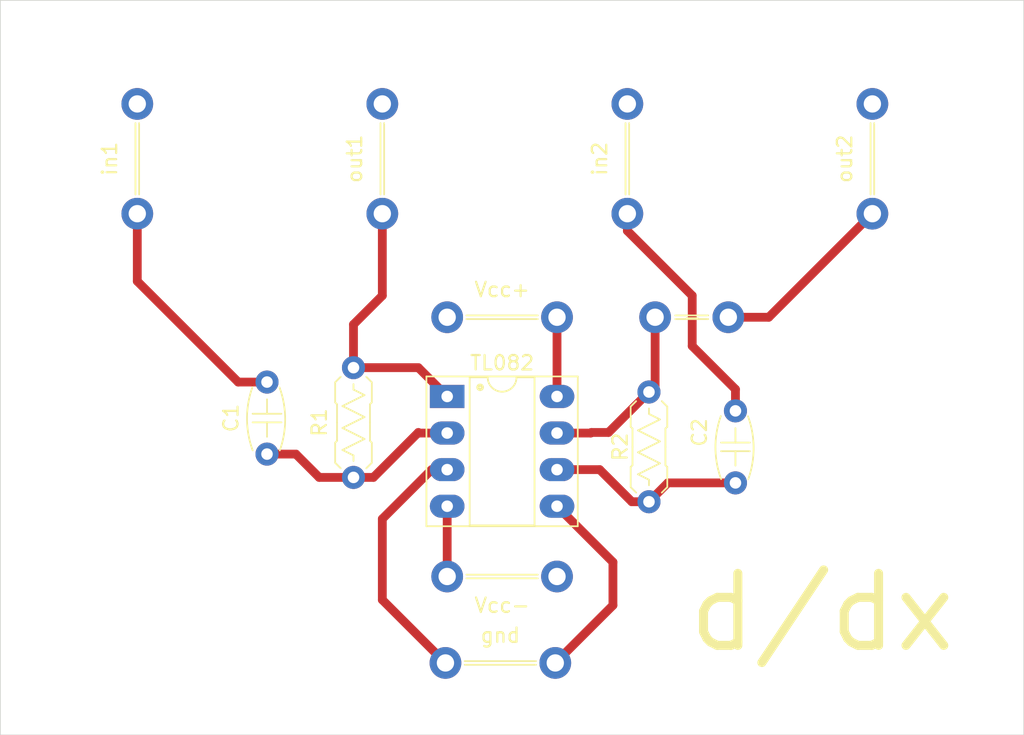
<source format=kicad_pcb>
(kicad_pcb (version 20241229) (generator "pcbnew") (generator_version "9.0")
  (title_block (title "Differentiator") (date "2025-03-11") (company "Landen Points"))
  (layers (0 "F.Cu" signal) (2 "B.Cu" signal) (13 "F.Paste" user) (15 "B.Paste" user) (5 "F.SilkS" user "F.Silkscreen") (7 "B.SilkS" user "B.Silkscreen") (1 "F.Mask" user) (3 "B.Mask" user) (25 "Edge.Cuts" user))
  (net 0 "")
  (footprint "PCM_Jumper_AKL:Jumper_P5.08mm_D1.2mm" (layer "F.Cu") (at 154.696 100.5 180)
    (property "Reference" "-" (at 2.506 0 0) (layer "F.SilkS"))
    (property "Value" "Jumper_P5.08mm_D1.2mm" (hide yes))
    (fp_line (start 1.397 0.127) (end 3.683 0.127) (stroke (width 0.12)) (layer "F.SilkS"))
    (fp_line (start 1.397 -0.127) (end 3.683 -0.127) (stroke (width 0.12)) (layer "F.SilkS"))
    (pad "1" thru_hole circle (at 0 0 180) (size 2.2 2.2) (drill 1.2) (layers "*.Cu" "*.Mask"))
    (pad "2" thru_hole circle (at 5.08 0 180) (size 2.2 2.2) (drill 1.2) (layers "*.Cu" "*.Mask"))
  )
  (footprint "PCM_Jumper_AKL:Jumper_P7.62mm_D1.2mm" (layer "F.Cu") (at 147.69 93.31 90)
    (property "Reference" "in2" (at 3.81 -1.92 90) (layer "F.SilkS"))
    (property "Value" "Jumper_P7.62mm_D1.2mm" (hide yes))
    (fp_line (start 1.3335 -0.127) (end 6.2865 -0.127) (stroke (width 0.12)) (layer "F.SilkS"))
    (fp_line (start 1.3335 0.127) (end 6.2865 0.127) (stroke (width 0.12)) (layer "F.SilkS"))
    (pad "1" thru_hole circle (at 0 0 90) (size 2.2 2.2) (drill 1.2) (layers "*.Cu" "*.Mask"))
    (pad "2" thru_hole circle (at 7.62 0 90) (size 2.2 2.2) (drill 1.2) (layers "*.Cu" "*.Mask"))
  )
  (footprint "PCM_Resistor_THT_US_AKL:R_Axial_DIN0207_L6.3mm_D2.5mm_P7.62mm_Horizontal" (layer "F.Cu") (at 149.19 105.69 -90)
    (property "Reference" "R2" (at 3.81 2 90) (layer "F.SilkS"))
    (property "Value" "R_Axial_DIN0207_L6.3mm_D2.5mm_P7.62mm_Horizontal" (hide yes))
    (fp_line (start 1.016 1.27) (end 2.413 1.27) (stroke (width 0.12)) (layer "F.SilkS"))
    (fp_line (start 2.413 1.27) (end 2.54 1.143) (stroke (width 0.12)) (layer "F.SilkS"))
    (fp_line (start 5.207 1.27) (end 5.08 1.143) (stroke (width 0.12)) (layer "F.SilkS"))
    (fp_line (start 6.604 1.27) (end 5.207 1.27) (stroke (width 0.12)) (layer "F.SilkS"))
    (fp_line (start 2.54 1.143) (end 3.81 1.143) (stroke (width 0.12)) (layer "F.SilkS"))
    (fp_line (start 5.08 1.143) (end 3.81 1.143) (stroke (width 0.12)) (layer "F.SilkS"))
    (fp_line (start 0.635 0.889) (end 1.016 1.27) (stroke (width 0.12)) (layer "F.SilkS"))
    (fp_line (start 6.985 0.889) (end 6.604 1.27) (stroke (width 0.12)) (layer "F.SilkS"))
    (fp_line (start 2.667 0.762) (end 3.429 -0.762) (stroke (width 0.12)) (layer "F.SilkS"))
    (fp_line (start 4.191 0.762) (end 4.953 -0.762) (stroke (width 0.12)) (layer "F.SilkS"))
    (fp_line (start 5.715 0.762) (end 6.096 0) (stroke (width 0.12)) (layer "F.SilkS"))
    (fp_line (start 1.524 0) (end 1.143 0) (stroke (width 0.12)) (layer "F.SilkS"))
    (fp_line (start 1.524 0) (end 1.905 -0.762) (stroke (width 0.12)) (layer "F.SilkS"))
    (fp_line (start 6.477 0) (end 6.096 0) (stroke (width 0.12)) (layer "F.SilkS"))
    (fp_line (start 1.905 -0.762) (end 2.667 0.762) (stroke (width 0.12)) (layer "F.SilkS"))
    (fp_line (start 3.429 -0.762) (end 4.191 0.762) (stroke (width 0.12)) (layer "F.SilkS"))
    (fp_line (start 4.953 -0.762) (end 5.715 0.762) (stroke (width 0.12)) (layer "F.SilkS"))
    (fp_line (start 0.635 -0.889) (end 1.016 -1.27) (stroke (width 0.12)) (layer "F.SilkS"))
    (fp_line (start 6.985 -0.889) (end 6.604 -1.27) (stroke (width 0.12)) (layer "F.SilkS"))
    (fp_line (start 2.54 -1.143) (end 3.81 -1.143) (stroke (width 0.12)) (layer "F.SilkS"))
    (fp_line (start 5.08 -1.143) (end 3.81 -1.143) (stroke (width 0.12)) (layer "F.SilkS"))
    (fp_line (start 1.016 -1.27) (end 2.413 -1.27) (stroke (width 0.12)) (layer "F.SilkS"))
    (fp_line (start 2.413 -1.27) (end 2.54 -1.143) (stroke (width 0.12)) (layer "F.SilkS"))
    (fp_line (start 5.207 -1.27) (end 5.08 -1.143) (stroke (width 0.12)) (layer "F.SilkS"))
    (fp_line (start 6.604 -1.27) (end 5.207 -1.27) (stroke (width 0.12)) (layer "F.SilkS"))
    (pad "1" thru_hole circle (at 0 0 270) (size 1.6 1.6) (drill 0.8) (layers "*.Cu" "*.Mask"))
    (pad "2" thru_hole oval (at 7.62 0 270) (size 1.6 1.6) (drill 0.8) (layers "*.Cu" "*.Mask"))
  )
  (footprint "PCM_Jumper_AKL:Jumper_P7.62mm_D1.2mm" (layer "F.Cu") (at 130.69 93.31 90)
    (property "Reference" "out1" (at 3.81 -1.92 90) (layer "F.SilkS"))
    (property "Value" "Jumper_P7.62mm_D1.2mm" (hide yes))
    (fp_line (start 1.3335 -0.127) (end 6.2865 -0.127) (stroke (width 0.12)) (layer "F.SilkS"))
    (fp_line (start 1.3335 0.127) (end 6.2865 0.127) (stroke (width 0.12)) (layer "F.SilkS"))
    (pad "1" thru_hole circle (at 0 0 90) (size 2.2 2.2) (drill 1.2) (layers "*.Cu" "*.Mask"))
    (pad "2" thru_hole circle (at 7.62 0 90) (size 2.2 2.2) (drill 1.2) (layers "*.Cu" "*.Mask"))
  )
  (footprint "PCM_Jumper_AKL:Jumper_P7.62mm_D1.2mm" (layer "F.Cu") (at 135.19 100.5)
    (property "Reference" "Vcc+" (at 3.81 -1.92 0) (layer "F.SilkS"))
    (property "Value" "Jumper_P7.62mm_D1.2mm" (hide yes))
    (fp_line (start 1.3335 -0.127) (end 6.2865 -0.127) (stroke (width 0.12)) (layer "F.SilkS"))
    (fp_line (start 1.3335 0.127) (end 6.2865 0.127) (stroke (width 0.12)) (layer "F.SilkS"))
    (pad "1" thru_hole circle (at 0 0) (size 2.2 2.2) (drill 1.2) (layers "*.Cu" "*.Mask"))
    (pad "2" thru_hole circle (at 7.62 0) (size 2.2 2.2) (drill 1.2) (layers "*.Cu" "*.Mask"))
  )
  (footprint "PCM_Capacitor_THT_US_AKL:C_Disc_D5.0mm_W2.5mm_P5.00mm" (layer "F.Cu") (at 122.69 110 90)
    (property "Reference" "C1" (at 2.5 -2.5 90) (layer "F.SilkS"))
    (property "Value" "C_Disc_D5.0mm_W2.5mm_P5.00mm" (hide yes))
    (fp_line (start 2.8 -1) (end 2.8 1) (stroke (width 0.12)) (layer "F.SilkS"))
    (fp_line (start 2.8 0) (end 3.8 0) (stroke (width 0.12)) (layer "F.SilkS"))
    (fp_line (start 2.2 0) (end 2.2 -1) (stroke (width 0.12)) (layer "F.SilkS"))
    (fp_line (start 2.2 0) (end 2.2 1) (stroke (width 0.12)) (layer "F.SilkS"))
    (fp_line (start 1.2 0) (end 2.2 0) (stroke (width 0.12)) (layer "F.SilkS"))
    (fp_arc (start 0.261356 -0.995824) (mid 2.44667 -1.386963) (end 4.6355 -1.016) (stroke (width 0.12)) (layer "F.SilkS"))
    (fp_arc (start 4.628144 0.868823) (mid 2.44283 1.259962) (end 0.254 0.889) (stroke (width 0.12)) (layer "F.SilkS"))
    (pad "1" thru_hole circle (at 0 0 90) (size 1.6 1.6) (drill 0.8) (layers "*.Cu" "*.Mask"))
    (pad "2" thru_hole circle (at 5 0 90) (size 1.6 1.6) (drill 0.8) (layers "*.Cu" "*.Mask"))
  )
  (footprint "PCM_Resistor_THT_US_AKL:R_Axial_DIN0207_L6.3mm_D2.5mm_P7.62mm_Horizontal" (layer "F.Cu") (at 128.69 111.62 90)
    (property "Reference" "R1" (at 3.81 -2.37 90) (layer "F.SilkS"))
    (property "Value" "R_Axial_DIN0207_L6.3mm_D2.5mm_P7.62mm_Horizontal" (hide yes))
    (fp_line (start 6.604 -1.27) (end 5.207 -1.27) (stroke (width 0.12)) (layer "F.SilkS"))
    (fp_line (start 5.207 -1.27) (end 5.08 -1.143) (stroke (width 0.12)) (layer "F.SilkS"))
    (fp_line (start 2.413 -1.27) (end 2.54 -1.143) (stroke (width 0.12)) (layer "F.SilkS"))
    (fp_line (start 1.016 -1.27) (end 2.413 -1.27) (stroke (width 0.12)) (layer "F.SilkS"))
    (fp_line (start 5.08 -1.143) (end 3.81 -1.143) (stroke (width 0.12)) (layer "F.SilkS"))
    (fp_line (start 2.54 -1.143) (end 3.81 -1.143) (stroke (width 0.12)) (layer "F.SilkS"))
    (fp_line (start 6.985 -0.889) (end 6.604 -1.27) (stroke (width 0.12)) (layer "F.SilkS"))
    (fp_line (start 0.635 -0.889) (end 1.016 -1.27) (stroke (width 0.12)) (layer "F.SilkS"))
    (fp_line (start 4.953 -0.762) (end 5.715 0.762) (stroke (width 0.12)) (layer "F.SilkS"))
    (fp_line (start 3.429 -0.762) (end 4.191 0.762) (stroke (width 0.12)) (layer "F.SilkS"))
    (fp_line (start 1.905 -0.762) (end 2.667 0.762) (stroke (width 0.12)) (layer "F.SilkS"))
    (fp_line (start 6.477 0) (end 6.096 0) (stroke (width 0.12)) (layer "F.SilkS"))
    (fp_line (start 1.524 0) (end 1.905 -0.762) (stroke (width 0.12)) (layer "F.SilkS"))
    (fp_line (start 1.524 0) (end 1.143 0) (stroke (width 0.12)) (layer "F.SilkS"))
    (fp_line (start 5.715 0.762) (end 6.096 0) (stroke (width 0.12)) (layer "F.SilkS"))
    (fp_line (start 4.191 0.762) (end 4.953 -0.762) (stroke (width 0.12)) (layer "F.SilkS"))
    (fp_line (start 2.667 0.762) (end 3.429 -0.762) (stroke (width 0.12)) (layer "F.SilkS"))
    (fp_line (start 6.985 0.889) (end 6.604 1.27) (stroke (width 0.12)) (layer "F.SilkS"))
    (fp_line (start 0.635 0.889) (end 1.016 1.27) (stroke (width 0.12)) (layer "F.SilkS"))
    (fp_line (start 5.08 1.143) (end 3.81 1.143) (stroke (width 0.12)) (layer "F.SilkS"))
    (fp_line (start 2.54 1.143) (end 3.81 1.143) (stroke (width 0.12)) (layer "F.SilkS"))
    (fp_line (start 6.604 1.27) (end 5.207 1.27) (stroke (width 0.12)) (layer "F.SilkS"))
    (fp_line (start 5.207 1.27) (end 5.08 1.143) (stroke (width 0.12)) (layer "F.SilkS"))
    (fp_line (start 2.413 1.27) (end 2.54 1.143) (stroke (width 0.12)) (layer "F.SilkS"))
    (fp_line (start 1.016 1.27) (end 2.413 1.27) (stroke (width 0.12)) (layer "F.SilkS"))
    (pad "1" thru_hole circle (at 0 0 90) (size 1.6 1.6) (drill 0.8) (layers "*.Cu" "*.Mask"))
    (pad "2" thru_hole oval (at 7.62 0 90) (size 1.6 1.6) (drill 0.8) (layers "*.Cu" "*.Mask"))
  )
  (footprint "PCM_Package_DIP_AKL:DIP-8_W7.62mm_Socket_LongPads" (layer "F.Cu") (at 135.19 106)
    (property "Reference" "TL082" (at 3.81 -2.33 0) (layer "F.SilkS"))
    (property "Value" "TL082" (hide yes))
    (fp_line (start -1.44 -1.39) (end -1.44 9.01) (stroke (width 0.12)) (layer "F.SilkS"))
    (fp_line (start -1.44 9.01) (end 9.06 9.01) (stroke (width 0.12)) (layer "F.SilkS"))
    (fp_line (start 1.56 -1.33) (end 1.56 8.95) (stroke (width 0.12)) (layer "F.SilkS"))
    (fp_line (start 1.56 8.95) (end 6.06 8.95) (stroke (width 0.12)) (layer "F.SilkS"))
    (fp_line (start 2.81 -1.33) (end 1.56 -1.33) (stroke (width 0.12)) (layer "F.SilkS"))
    (fp_line (start 6.06 -1.33) (end 4.81 -1.33) (stroke (width 0.12)) (layer "F.SilkS"))
    (fp_line (start 6.06 8.95) (end 6.06 -1.33) (stroke (width 0.12)) (layer "F.SilkS"))
    (fp_line (start 9.06 -1.39) (end -1.44 -1.39) (stroke (width 0.12)) (layer "F.SilkS"))
    (fp_line (start 9.06 9.01) (end 9.06 -1.39) (stroke (width 0.12)) (layer "F.SilkS"))
    (fp_arc (start 4.81 -1.33) (mid 3.81 -0.33) (end 2.81 -1.33) (stroke (width 0.12)) (layer "F.SilkS"))
    (fp_circle (center 2.286 -0.635) (end 2.336 -0.635) (stroke (width 0.12)) (fill no) (layer "F.SilkS"))
    (fp_circle (center 2.286 -0.635) (end 2.411 -0.635) (stroke (width 0.12)) (fill no) (layer "F.SilkS"))
    (fp_circle (center 2.286 -0.635) (end 2.486 -0.635) (stroke (width 0.12)) (fill no) (layer "F.SilkS"))
    (pad "1" thru_hole rect (at 0 0) (size 2.4 1.6) (drill 0.8) (layers "*.Cu" "*.Mask"))
    (pad "2" thru_hole oval (at 0 2.54) (size 2.4 1.6) (drill 0.8) (layers "*.Cu" "*.Mask"))
    (pad "3" thru_hole oval (at 0 5.08) (size 2.4 1.6) (drill 0.8) (layers "*.Cu" "*.Mask"))
    (pad "4" thru_hole oval (at 0 7.62) (size 2.4 1.6) (drill 0.8) (layers "*.Cu" "*.Mask"))
    (pad "5" thru_hole oval (at 7.62 7.62) (size 2.4 1.6) (drill 0.8) (layers "*.Cu" "*.Mask"))
    (pad "6" thru_hole oval (at 7.62 5.08) (size 2.4 1.6) (drill 0.8) (layers "*.Cu" "*.Mask"))
    (pad "7" thru_hole oval (at 7.62 2.54) (size 2.4 1.6) (drill 0.8) (layers "*.Cu" "*.Mask"))
    (pad "8" thru_hole oval (at 7.62 0) (size 2.4 1.6) (drill 0.8) (layers "*.Cu" "*.Mask"))
  )
  (footprint "PCM_Jumper_AKL:Jumper_P7.62mm_D1.2mm" (layer "F.Cu") (at 164.69 93.31 90)
    (property "Reference" "out2" (at 3.81 -1.92 90) (layer "F.SilkS"))
    (property "Value" "Jumper_P7.62mm_D1.2mm" (hide yes))
    (fp_line (start 1.3335 -0.127) (end 6.2865 -0.127) (stroke (width 0.12)) (layer "F.SilkS"))
    (fp_line (start 1.3335 0.127) (end 6.2865 0.127) (stroke (width 0.12)) (layer "F.SilkS"))
    (pad "1" thru_hole circle (at 0 0 90) (size 2.2 2.2) (drill 1.2) (layers "*.Cu" "*.Mask"))
    (pad "2" thru_hole circle (at 7.62 0 90) (size 2.2 2.2) (drill 1.2) (layers "*.Cu" "*.Mask"))
  )
  (footprint "PCM_Capacitor_THT_US_AKL:C_Disc_D5.0mm_W2.5mm_P5.00mm" (layer "F.Cu") (at 155.19 112 90)
    (property "Reference" "C2" (at 3.5 -2.5 90) (layer "F.SilkS"))
    (property "Value" "C_Disc_D5.0mm_W2.5mm_P5.00mm" (hide yes))
    (fp_line (start 2.8 -1) (end 2.8 1) (stroke (width 0.12)) (layer "F.SilkS"))
    (fp_line (start 2.8 0) (end 3.8 0) (stroke (width 0.12)) (layer "F.SilkS"))
    (fp_line (start 2.2 0) (end 2.2 -1) (stroke (width 0.12)) (layer "F.SilkS"))
    (fp_line (start 2.2 0) (end 2.2 1) (stroke (width 0.12)) (layer "F.SilkS"))
    (fp_line (start 1.2 0) (end 2.2 0) (stroke (width 0.12)) (layer "F.SilkS"))
    (fp_arc (start 0.261356 -0.995824) (mid 2.44667 -1.386963) (end 4.6355 -1.016) (stroke (width 0.12)) (layer "F.SilkS"))
    (fp_arc (start 4.628144 0.868823) (mid 2.44283 1.259962) (end 0.254 0.889) (stroke (width 0.12)) (layer "F.SilkS"))
    (pad "1" thru_hole circle (at 0 0 90) (size 1.6 1.6) (drill 0.8) (layers "*.Cu" "*.Mask"))
    (pad "2" thru_hole circle (at 5 0 90) (size 1.6 1.6) (drill 0.8) (layers "*.Cu" "*.Mask"))
  )
  (footprint "PCM_Jumper_AKL:Jumper_P7.62mm_D1.2mm" (layer "F.Cu") (at 113.69 93.31 90)
    (property "Reference" "in1" (at 3.81 -1.92 90) (layer "F.SilkS"))
    (property "Value" "Jumper_P7.62mm_D1.2mm" (hide yes))
    (fp_line (start 1.3335 -0.127) (end 6.2865 -0.127) (stroke (width 0.12)) (layer "F.SilkS"))
    (fp_line (start 1.3335 0.127) (end 6.2865 0.127) (stroke (width 0.12)) (layer "F.SilkS"))
    (pad "1" thru_hole circle (at 0 0 90) (size 2.2 2.2) (drill 1.2) (layers "*.Cu" "*.Mask"))
    (pad "2" thru_hole circle (at 7.62 0 90) (size 2.2 2.2) (drill 1.2) (layers "*.Cu" "*.Mask"))
  )
  (footprint "PCM_Jumper_AKL:Jumper_P7.62mm_D1.2mm" (layer "F.Cu") (at 135.19 118.5)
    (property "Reference" "Vcc-" (at 3.81 2 0) (layer "F.SilkS"))
    (property "Value" "Jumper_P7.62mm_D1.2mm" (hide yes))
    (fp_line (start 1.3335 -0.127) (end 6.2865 -0.127) (stroke (width 0.12)) (layer "F.SilkS"))
    (fp_line (start 1.3335 0.127) (end 6.2865 0.127) (stroke (width 0.12)) (layer "F.SilkS"))
    (pad "1" thru_hole circle (at 0 0) (size 2.2 2.2) (drill 1.2) (layers "*.Cu" "*.Mask"))
    (pad "2" thru_hole circle (at 7.62 0) (size 2.2 2.2) (drill 1.2) (layers "*.Cu" "*.Mask"))
  )
  (footprint "PCM_Jumper_AKL:Jumper_P7.62mm_D1.2mm" (layer "F.Cu") (at 135.07 124.5)
    (property "Reference" "gnd" (at 3.81 -1.92 0) (layer "F.SilkS"))
    (property "Value" "Jumper_P7.62mm_D1.2mm" (hide yes))
    (fp_line (start 1.3335 -0.127) (end 6.2865 -0.127) (stroke (width 0.12)) (layer "F.SilkS"))
    (fp_line (start 1.3335 0.127) (end 6.2865 0.127) (stroke (width 0.12)) (layer "F.SilkS"))
    (pad "1" thru_hole circle (at 0 0) (size 2.2 2.2) (drill 1.2) (layers "*.Cu" "*.Mask"))
    (pad "2" thru_hole circle (at 7.62 0) (size 2.2 2.2) (drill 1.2) (layers "*.Cu" "*.Mask"))
  )
  (gr_rect (start 104.19 78.5) (end 175.19 129.5) (stroke (width 0.05)) (fill no) (layer "Edge.Cuts"))
  (gr_text "d/dx" (at 161.19 121 0) (layer "F.SilkS") (effects (font (size 5 5) (thickness 0.625))))
  (segment (start 113.69 98) (end 113.69 93.31) (width 0.6096) (layer "F.Cu") (net 0))
  (segment (start 130.69 120.12) (end 135.07 124.5) (width 0.6096) (layer "F.Cu") (net 0))
  (segment (start 142.81 106) (end 142.81 100.5) (width 0.6096) (layer "F.Cu") (net 0))
  (segment (start 152.19 102.5) (end 155.19 105.5) (width 0.6096) (layer "F.Cu") (net 0))
  (segment (start 133.19 108.5) (end 133.23 108.54) (width 0.6096) (layer "F.Cu") (net 0))
  (segment (start 148 113.31) (end 145.77 111.08) (width 0.6096) (layer "F.Cu") (net 0))
  (segment (start 130.69 114.5) (end 130.69 120.12) (width 0.6096) (layer "F.Cu") (net 0))
  (segment (start 149.616 105.264) (end 149.19 105.69) (width 0.6096) (layer "F.Cu") (net 0))
  (segment (start 145.77 111.08) (end 142.81 111.08) (width 0.6096) (layer "F.Cu") (net 0))
  (segment (start 149.19 105.69) (end 146.38 108.5) (width 0.6096) (layer "F.Cu") (net 0))
  (segment (start 146.69 117.5) (end 146.69 120.5) (width 0.6096) (layer "F.Cu") (net 0))
  (segment (start 150.5 112) (end 149.19 113.31) (width 0.6096) (layer "F.Cu") (net 0))
  (segment (start 145.19 108.5) (end 145.15 108.54) (width 0.6096) (layer "F.Cu") (net 0))
  (segment (start 130.69 99) (end 130.69 93.31) (width 0.6096) (layer "F.Cu") (net 0))
  (segment (start 155.19 105.5) (end 155.19 107) (width 0.6096) (layer "F.Cu") (net 0))
  (segment (start 135.19 118.5) (end 135.19 113.62) (width 0.6096) (layer "F.Cu") (net 0))
  (segment (start 142.81 113.62) (end 146.69 117.5) (width 0.6096) (layer "F.Cu") (net 0))
  (segment (start 149.19 113.31) (end 148 113.31) (width 0.6096) (layer "F.Cu") (net 0))
  (segment (start 135.19 111.08) (end 134.11 111.08) (width 0.6096) (layer "F.Cu") (net 0))
  (segment (start 155.19 112) (end 150.5 112) (width 0.6096) (layer "F.Cu") (net 0))
  (segment (start 120.69 105) (end 113.69 98) (width 0.6096) (layer "F.Cu") (net 0))
  (segment (start 130.07 111.62) (end 133.19 108.5) (width 0.6096) (layer "F.Cu") (net 0))
  (segment (start 128.69 104) (end 128.69 101) (width 0.6096) (layer "F.Cu") (net 0))
  (segment (start 146.69 120.5) (end 142.69 124.5) (width 0.6096) (layer "F.Cu") (net 0))
  (segment (start 128.69 101) (end 130.69 99) (width 0.6096) (layer "F.Cu") (net 0))
  (segment (start 146.38 108.5) (end 145.19 108.5) (width 0.6096) (layer "F.Cu") (net 0))
  (segment (start 157.5 100.5) (end 154.696 100.5) (width 0.6096) (layer "F.Cu") (net 0))
  (segment (start 128.69 111.62) (end 130.07 111.62) (width 0.6096) (layer "F.Cu") (net 0))
  (segment (start 135.15 108.5) (end 135.19 108.54) (width 0.6096) (layer "F.Cu") (net 0))
  (segment (start 126.31 111.62) (end 128.69 111.62) (width 0.6096) (layer "F.Cu") (net 0))
  (segment (start 164.69 93.31) (end 157.5 100.5) (width 0.6096) (layer "F.Cu") (net 0))
  (segment (start 134.11 111.08) (end 130.69 114.5) (width 0.6096) (layer "F.Cu") (net 0))
  (segment (start 145.15 108.54) (end 142.81 108.54) (width 0.6096) (layer "F.Cu") (net 0))
  (segment (start 149.616 100.5) (end 149.616 105.264) (width 0.6096) (layer "F.Cu") (net 0))
  (segment (start 152.19 102.5) (end 152.19 99) (width 0.6096) (layer "F.Cu") (net 0))
  (segment (start 122.69 105) (end 120.69 105) (width 0.6096) (layer "F.Cu") (net 0))
  (segment (start 122.69 110) (end 124.69 110) (width 0.6096) (layer "F.Cu") (net 0))
  (segment (start 152.19 99) (end 147.69 94.5) (width 0.6096) (layer "F.Cu") (net 0))
  (segment (start 133.19 104) (end 135.19 106) (width 0.6096) (layer "F.Cu") (net 0))
  (segment (start 133.23 108.54) (end 135.19 108.54) (width 0.6096) (layer "F.Cu") (net 0))
  (segment (start 128.69 104) (end 133.19 104) (width 0.6096) (layer "F.Cu") (net 0))
  (segment (start 124.69 110) (end 126.31 111.62) (width 0.6096) (layer "F.Cu") (net 0))
  (segment (start 147.69 94.5) (end 147.69 93.31) (width 0.6096) (layer "F.Cu") (net 0))
)
</source>
